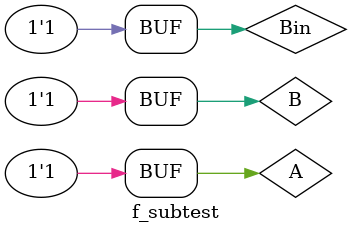
<source format=v>
module half_sub(D,B0,A,B);
input A,B;
output D,B0;
wire D,B0;
wire w1;
not(w1,A);
assign D = A^B;
assign B0 = w1 & B;
endmodule

module full_sub(Diff,Bout,A,B,Bin);
output Diff,Bout;
input A,B,Bin;
wire w1,w2,w3;
half_sub hs1(.D(w1),.B0(w2),.A(A),.B(B));
half_sub hs2(.D(Diff),.B0(w3),.A(w1),.B(Bin));
assign Bout = w3 | w2;
endmodule

module f_subtest();
reg A,B,Bin;
wire Diff,Bout;
full_sub fs1(.Diff(Diff),.Bout(Bout),.A(A),.B(B),.Bin(Bin));
initial 
begin
#100 A = 1'b0;B=1'b0;Bin=1'b0;
#100 A = 1'b0;B=1'b0;Bin=1'b1;
#100 A = 1'b0;B=1'b1;Bin=1'b0;
#100 A = 1'b0;B=1'b1;Bin=1'b1;
#100 A = 1'b1;B=1'b0;Bin=1'b0;
#100 A = 1'b1;B=1'b0;Bin=1'b1;
#100 A = 1'b1;B=1'b1;Bin=1'b0;
#100 A = 1'b1;B=1'b1;Bin=1'b1;
end
endmodule



</source>
